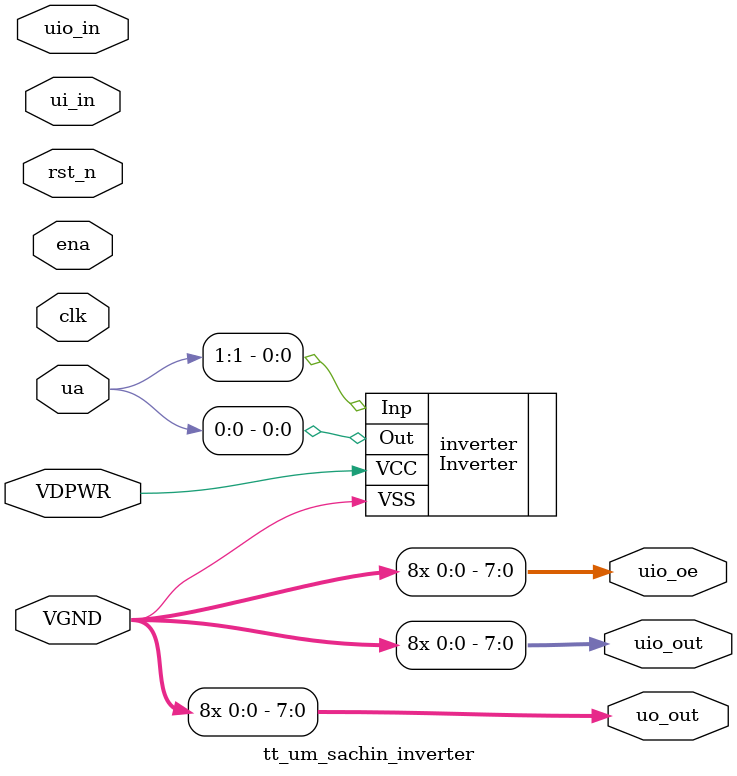
<source format=v>
/*
 * Copyright (c) 2024 Your Name
 * SPDX-License-Identifier: Apache-2.0
 */

`default_nettype none

module tt_um_sachin_inverter (
    input  wire       VGND,
    input  wire       VDPWR,    // 1.8v power supply
//    input  wire       VAPWR,    // 3.3v power supply
    input  wire [7:0] ui_in,    // Dedicated inputs
    output wire [7:0] uo_out,   // Dedicated outputs
    input  wire [7:0] uio_in,   // IOs: Input path
    output wire [7:0] uio_out,  // IOs: Output path
    output wire [7:0] uio_oe,   // IOs: Enable path (active high: 0=input, 1=output)
    inout  wire [7:0] ua,       // Analog pins, only ua[5:0] can be used
    input  wire       ena,      // always 1 when the design is powered, so you can ignore it
    input  wire       clk,      // clock
    input  wire       rst_n     // reset_n - low to reset
);

 Inverter inverter (
        .VCC(VDPWR),
        .VSS(VGND),
        .Out(ua[0]),
        .Inp(ua[1])
        );

 // ties for the output enables
    assign uo_out[0] = VGND;
    assign uo_out[1] = VGND;
    assign uo_out[2] = VGND;
    assign uo_out[3] = VGND;
    assign uo_out[4] = VGND;
    assign uo_out[5] = VGND;
    assign uo_out[6] = VGND;
    assign uo_out[7] = VGND;

    assign uio_out[0] = VGND;
    assign uio_out[1] = VGND;
    assign uio_out[2] = VGND;
    assign uio_out[3] = VGND;
    assign uio_out[4] = VGND;
    assign uio_out[5] = VGND;
    assign uio_out[6] = VGND;
    assign uio_out[7] = VGND;

    assign uio_oe[0] = VGND;
    assign uio_oe[1] = VGND;
    assign uio_oe[2] = VGND;
    assign uio_oe[3] = VGND;
    assign uio_oe[4] = VGND;
    assign uio_oe[5] = VGND;
    assign uio_oe[6] = VGND;
    assign uio_oe[7] = VGND;


endmodule

</source>
